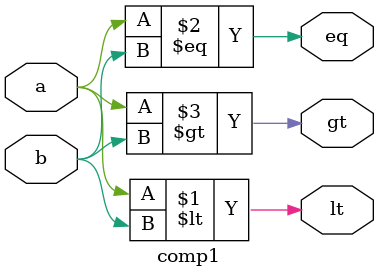
<source format=v>
module comp1(
    input a,
    input b,
    output lt, gt, eq
    );
	 
	assign lt = a  < b;
	assign eq = a == b;
	assign gt = a  > b;

endmodule

</source>
